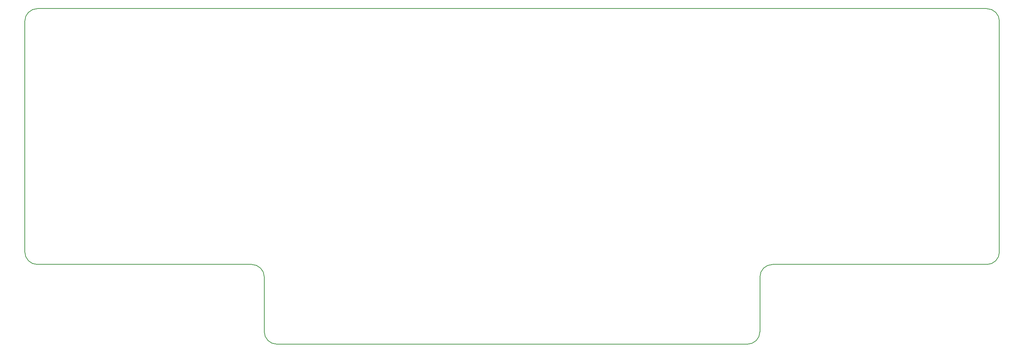
<source format=gm1>
G04 #@! TF.GenerationSoftware,KiCad,Pcbnew,6.0.7*
G04 #@! TF.CreationDate,2022-09-06T10:42:03+02:00*
G04 #@! TF.ProjectId,box_o_alps,626f785f-6f5f-4616-9c70-732e6b696361,rev?*
G04 #@! TF.SameCoordinates,Original*
G04 #@! TF.FileFunction,Profile,NP*
%FSLAX46Y46*%
G04 Gerber Fmt 4.6, Leading zero omitted, Abs format (unit mm)*
G04 Created by KiCad (PCBNEW 6.0.7) date 2022-09-06 10:42:03*
%MOMM*%
%LPD*%
G01*
G04 APERTURE LIST*
G04 #@! TA.AperFunction,Profile*
%ADD10C,0.200000*%
G04 #@! TD*
G04 APERTURE END LIST*
D10*
X253205000Y-24330000D02*
G75*
G03*
X250205000Y-21330000I-3000001J-1D01*
G01*
X23005000Y-21330000D02*
X250205000Y-21330000D01*
X23005000Y-21330000D02*
G75*
G03*
X20005000Y-24330000I1J-3000001D01*
G01*
X20005000Y-79630000D02*
X20005000Y-24330000D01*
X20005000Y-79630000D02*
G75*
G03*
X23005000Y-82630000I3000001J1D01*
G01*
X74305000Y-82630000D02*
X23005000Y-82630000D01*
X77305000Y-85630000D02*
G75*
G03*
X74305000Y-82630000I-3000001J-1D01*
G01*
X77305000Y-98730000D02*
X77305000Y-85630000D01*
X77305000Y-98730000D02*
G75*
G03*
X80305000Y-101730000I3000001J1D01*
G01*
X192905000Y-101730000D02*
X80305000Y-101730000D01*
X192905000Y-101730000D02*
G75*
G03*
X195905000Y-98730000I-1J3000001D01*
G01*
X195905000Y-85630000D02*
X195905000Y-98730000D01*
X198905000Y-82630000D02*
G75*
G03*
X195905000Y-85630000I1J-3000001D01*
G01*
X250205000Y-82630000D02*
X198905000Y-82630000D01*
X250205000Y-82630000D02*
G75*
G03*
X253205000Y-79630000I-1J3000001D01*
G01*
X253205000Y-24330000D02*
X253205000Y-79630000D01*
M02*

</source>
